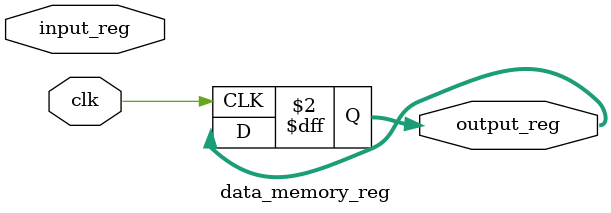
<source format=v>
module data_memory_reg(
	input wire clk,
	input wire [31:0] input_reg,
	output reg [31:0] output_reg
);
    always @(posedge clk)
    begin
        output_reg <= output_reg; // The output_reg is assigned its current value on the positive edge of the clock
    end
endmodule

</source>
